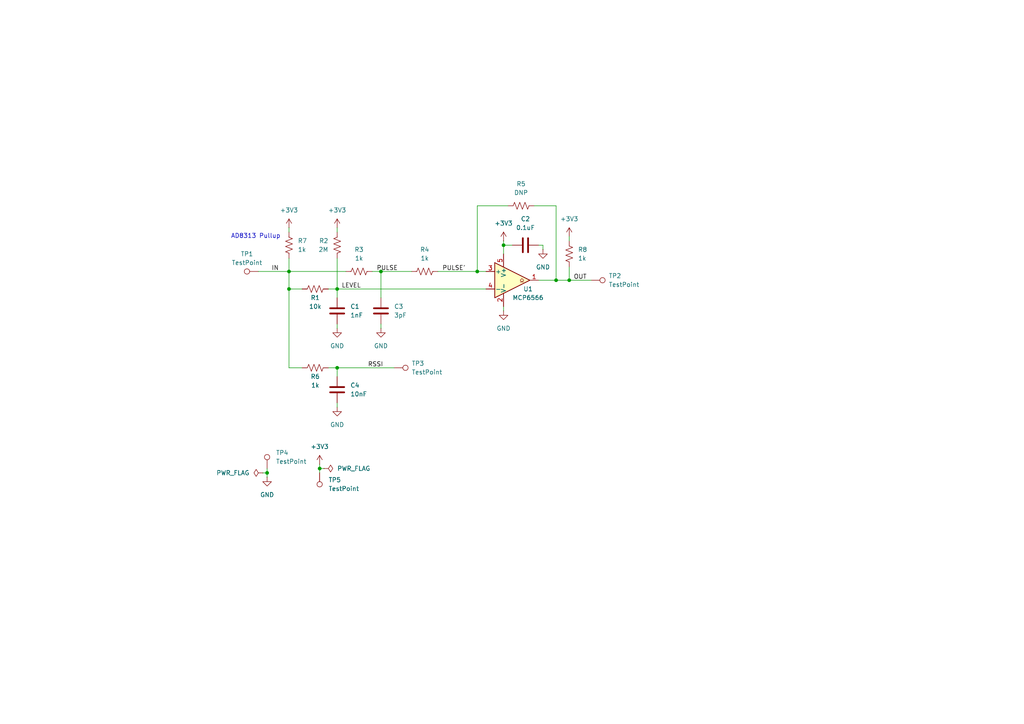
<source format=kicad_sch>
(kicad_sch
	(version 20231120)
	(generator "eeschema")
	(generator_version "8.0")
	(uuid "49d83cd2-f051-4cc2-a9c8-fdc67599e457")
	(paper "A4")
	(lib_symbols
		(symbol "Comparator:MCP6566"
			(pin_names
				(offset 0.127)
			)
			(exclude_from_sim no)
			(in_bom yes)
			(on_board yes)
			(property "Reference" "U"
				(at 0 5.08 0)
				(effects
					(font
						(size 1.27 1.27)
					)
					(justify left)
				)
			)
			(property "Value" "MCP6566"
				(at 0 -5.08 0)
				(effects
					(font
						(size 1.27 1.27)
					)
					(justify left)
				)
			)
			(property "Footprint" ""
				(at 0 -10.16 0)
				(effects
					(font
						(size 1.27 1.27)
					)
					(hide yes)
				)
			)
			(property "Datasheet" "http://ww1.microchip.com/downloads/en/DeviceDoc/MCP6566-6R-6U-7-9-1.8V-Low-Power-Open-Drain-Output-Comparator-DS20002143G.pdf"
				(at 0 0 0)
				(effects
					(font
						(size 1.27 1.27)
					)
					(hide yes)
				)
			)
			(property "Description" "Single 1.8V Low-Power Open-Drain Output Comparator, SOT-23-5/SC-70"
				(at 0 0 0)
				(effects
					(font
						(size 1.27 1.27)
					)
					(hide yes)
				)
			)
			(property "ki_keywords" "cmp collector"
				(at 0 0 0)
				(effects
					(font
						(size 1.27 1.27)
					)
					(hide yes)
				)
			)
			(property "ki_fp_filters" "SOT?23* *SC*70*"
				(at 0 0 0)
				(effects
					(font
						(size 1.27 1.27)
					)
					(hide yes)
				)
			)
			(symbol "MCP6566_0_1"
				(polyline
					(pts
						(xy -5.08 5.08) (xy 5.08 0) (xy -5.08 -5.08) (xy -5.08 5.08)
					)
					(stroke
						(width 0.254)
						(type default)
					)
					(fill
						(type background)
					)
				)
				(polyline
					(pts
						(xy 3.302 -0.508) (xy 2.794 -0.508) (xy 3.302 0) (xy 2.794 0.508) (xy 2.286 0) (xy 2.794 -0.508)
						(xy 2.286 -0.508)
					)
					(stroke
						(width 0.127)
						(type default)
					)
					(fill
						(type none)
					)
				)
				(pin power_in line
					(at -2.54 -7.62 90)
					(length 3.81)
					(name "V-"
						(effects
							(font
								(size 1.27 1.27)
							)
						)
					)
					(number "2"
						(effects
							(font
								(size 1.27 1.27)
							)
						)
					)
				)
				(pin power_in line
					(at -2.54 7.62 270)
					(length 3.81)
					(name "V+"
						(effects
							(font
								(size 1.27 1.27)
							)
						)
					)
					(number "5"
						(effects
							(font
								(size 1.27 1.27)
							)
						)
					)
				)
			)
			(symbol "MCP6566_1_1"
				(pin open_collector line
					(at 7.62 0 180)
					(length 2.54)
					(name "~"
						(effects
							(font
								(size 1.27 1.27)
							)
						)
					)
					(number "1"
						(effects
							(font
								(size 1.27 1.27)
							)
						)
					)
				)
				(pin input line
					(at -7.62 2.54 0)
					(length 2.54)
					(name "+"
						(effects
							(font
								(size 1.27 1.27)
							)
						)
					)
					(number "3"
						(effects
							(font
								(size 1.27 1.27)
							)
						)
					)
				)
				(pin input line
					(at -7.62 -2.54 0)
					(length 2.54)
					(name "-"
						(effects
							(font
								(size 1.27 1.27)
							)
						)
					)
					(number "4"
						(effects
							(font
								(size 1.27 1.27)
							)
						)
					)
				)
			)
		)
		(symbol "Connector:TestPoint"
			(pin_numbers hide)
			(pin_names
				(offset 0.762) hide)
			(exclude_from_sim no)
			(in_bom yes)
			(on_board yes)
			(property "Reference" "TP"
				(at 0 6.858 0)
				(effects
					(font
						(size 1.27 1.27)
					)
				)
			)
			(property "Value" "TestPoint"
				(at 0 5.08 0)
				(effects
					(font
						(size 1.27 1.27)
					)
				)
			)
			(property "Footprint" ""
				(at 5.08 0 0)
				(effects
					(font
						(size 1.27 1.27)
					)
					(hide yes)
				)
			)
			(property "Datasheet" "~"
				(at 5.08 0 0)
				(effects
					(font
						(size 1.27 1.27)
					)
					(hide yes)
				)
			)
			(property "Description" "test point"
				(at 0 0 0)
				(effects
					(font
						(size 1.27 1.27)
					)
					(hide yes)
				)
			)
			(property "ki_keywords" "test point tp"
				(at 0 0 0)
				(effects
					(font
						(size 1.27 1.27)
					)
					(hide yes)
				)
			)
			(property "ki_fp_filters" "Pin* Test*"
				(at 0 0 0)
				(effects
					(font
						(size 1.27 1.27)
					)
					(hide yes)
				)
			)
			(symbol "TestPoint_0_1"
				(circle
					(center 0 3.302)
					(radius 0.762)
					(stroke
						(width 0)
						(type default)
					)
					(fill
						(type none)
					)
				)
			)
			(symbol "TestPoint_1_1"
				(pin passive line
					(at 0 0 90)
					(length 2.54)
					(name "1"
						(effects
							(font
								(size 1.27 1.27)
							)
						)
					)
					(number "1"
						(effects
							(font
								(size 1.27 1.27)
							)
						)
					)
				)
			)
		)
		(symbol "Device:C"
			(pin_numbers hide)
			(pin_names
				(offset 0.254)
			)
			(exclude_from_sim no)
			(in_bom yes)
			(on_board yes)
			(property "Reference" "C"
				(at 0.635 2.54 0)
				(effects
					(font
						(size 1.27 1.27)
					)
					(justify left)
				)
			)
			(property "Value" "C"
				(at 0.635 -2.54 0)
				(effects
					(font
						(size 1.27 1.27)
					)
					(justify left)
				)
			)
			(property "Footprint" ""
				(at 0.9652 -3.81 0)
				(effects
					(font
						(size 1.27 1.27)
					)
					(hide yes)
				)
			)
			(property "Datasheet" "~"
				(at 0 0 0)
				(effects
					(font
						(size 1.27 1.27)
					)
					(hide yes)
				)
			)
			(property "Description" "Unpolarized capacitor"
				(at 0 0 0)
				(effects
					(font
						(size 1.27 1.27)
					)
					(hide yes)
				)
			)
			(property "ki_keywords" "cap capacitor"
				(at 0 0 0)
				(effects
					(font
						(size 1.27 1.27)
					)
					(hide yes)
				)
			)
			(property "ki_fp_filters" "C_*"
				(at 0 0 0)
				(effects
					(font
						(size 1.27 1.27)
					)
					(hide yes)
				)
			)
			(symbol "C_0_1"
				(polyline
					(pts
						(xy -2.032 -0.762) (xy 2.032 -0.762)
					)
					(stroke
						(width 0.508)
						(type default)
					)
					(fill
						(type none)
					)
				)
				(polyline
					(pts
						(xy -2.032 0.762) (xy 2.032 0.762)
					)
					(stroke
						(width 0.508)
						(type default)
					)
					(fill
						(type none)
					)
				)
			)
			(symbol "C_1_1"
				(pin passive line
					(at 0 3.81 270)
					(length 2.794)
					(name "~"
						(effects
							(font
								(size 1.27 1.27)
							)
						)
					)
					(number "1"
						(effects
							(font
								(size 1.27 1.27)
							)
						)
					)
				)
				(pin passive line
					(at 0 -3.81 90)
					(length 2.794)
					(name "~"
						(effects
							(font
								(size 1.27 1.27)
							)
						)
					)
					(number "2"
						(effects
							(font
								(size 1.27 1.27)
							)
						)
					)
				)
			)
		)
		(symbol "Device:R_US"
			(pin_numbers hide)
			(pin_names
				(offset 0)
			)
			(exclude_from_sim no)
			(in_bom yes)
			(on_board yes)
			(property "Reference" "R"
				(at 2.54 0 90)
				(effects
					(font
						(size 1.27 1.27)
					)
				)
			)
			(property "Value" "R_US"
				(at -2.54 0 90)
				(effects
					(font
						(size 1.27 1.27)
					)
				)
			)
			(property "Footprint" ""
				(at 1.016 -0.254 90)
				(effects
					(font
						(size 1.27 1.27)
					)
					(hide yes)
				)
			)
			(property "Datasheet" "~"
				(at 0 0 0)
				(effects
					(font
						(size 1.27 1.27)
					)
					(hide yes)
				)
			)
			(property "Description" "Resistor, US symbol"
				(at 0 0 0)
				(effects
					(font
						(size 1.27 1.27)
					)
					(hide yes)
				)
			)
			(property "ki_keywords" "R res resistor"
				(at 0 0 0)
				(effects
					(font
						(size 1.27 1.27)
					)
					(hide yes)
				)
			)
			(property "ki_fp_filters" "R_*"
				(at 0 0 0)
				(effects
					(font
						(size 1.27 1.27)
					)
					(hide yes)
				)
			)
			(symbol "R_US_0_1"
				(polyline
					(pts
						(xy 0 -2.286) (xy 0 -2.54)
					)
					(stroke
						(width 0)
						(type default)
					)
					(fill
						(type none)
					)
				)
				(polyline
					(pts
						(xy 0 2.286) (xy 0 2.54)
					)
					(stroke
						(width 0)
						(type default)
					)
					(fill
						(type none)
					)
				)
				(polyline
					(pts
						(xy 0 -0.762) (xy 1.016 -1.143) (xy 0 -1.524) (xy -1.016 -1.905) (xy 0 -2.286)
					)
					(stroke
						(width 0)
						(type default)
					)
					(fill
						(type none)
					)
				)
				(polyline
					(pts
						(xy 0 0.762) (xy 1.016 0.381) (xy 0 0) (xy -1.016 -0.381) (xy 0 -0.762)
					)
					(stroke
						(width 0)
						(type default)
					)
					(fill
						(type none)
					)
				)
				(polyline
					(pts
						(xy 0 2.286) (xy 1.016 1.905) (xy 0 1.524) (xy -1.016 1.143) (xy 0 0.762)
					)
					(stroke
						(width 0)
						(type default)
					)
					(fill
						(type none)
					)
				)
			)
			(symbol "R_US_1_1"
				(pin passive line
					(at 0 3.81 270)
					(length 1.27)
					(name "~"
						(effects
							(font
								(size 1.27 1.27)
							)
						)
					)
					(number "1"
						(effects
							(font
								(size 1.27 1.27)
							)
						)
					)
				)
				(pin passive line
					(at 0 -3.81 90)
					(length 1.27)
					(name "~"
						(effects
							(font
								(size 1.27 1.27)
							)
						)
					)
					(number "2"
						(effects
							(font
								(size 1.27 1.27)
							)
						)
					)
				)
			)
		)
		(symbol "power:+3V3"
			(power)
			(pin_numbers hide)
			(pin_names
				(offset 0) hide)
			(exclude_from_sim no)
			(in_bom yes)
			(on_board yes)
			(property "Reference" "#PWR"
				(at 0 -3.81 0)
				(effects
					(font
						(size 1.27 1.27)
					)
					(hide yes)
				)
			)
			(property "Value" "+3V3"
				(at 0 3.556 0)
				(effects
					(font
						(size 1.27 1.27)
					)
				)
			)
			(property "Footprint" ""
				(at 0 0 0)
				(effects
					(font
						(size 1.27 1.27)
					)
					(hide yes)
				)
			)
			(property "Datasheet" ""
				(at 0 0 0)
				(effects
					(font
						(size 1.27 1.27)
					)
					(hide yes)
				)
			)
			(property "Description" "Power symbol creates a global label with name \"+3V3\""
				(at 0 0 0)
				(effects
					(font
						(size 1.27 1.27)
					)
					(hide yes)
				)
			)
			(property "ki_keywords" "global power"
				(at 0 0 0)
				(effects
					(font
						(size 1.27 1.27)
					)
					(hide yes)
				)
			)
			(symbol "+3V3_0_1"
				(polyline
					(pts
						(xy -0.762 1.27) (xy 0 2.54)
					)
					(stroke
						(width 0)
						(type default)
					)
					(fill
						(type none)
					)
				)
				(polyline
					(pts
						(xy 0 0) (xy 0 2.54)
					)
					(stroke
						(width 0)
						(type default)
					)
					(fill
						(type none)
					)
				)
				(polyline
					(pts
						(xy 0 2.54) (xy 0.762 1.27)
					)
					(stroke
						(width 0)
						(type default)
					)
					(fill
						(type none)
					)
				)
			)
			(symbol "+3V3_1_1"
				(pin power_in line
					(at 0 0 90)
					(length 0)
					(name "~"
						(effects
							(font
								(size 1.27 1.27)
							)
						)
					)
					(number "1"
						(effects
							(font
								(size 1.27 1.27)
							)
						)
					)
				)
			)
		)
		(symbol "power:GND"
			(power)
			(pin_numbers hide)
			(pin_names
				(offset 0) hide)
			(exclude_from_sim no)
			(in_bom yes)
			(on_board yes)
			(property "Reference" "#PWR"
				(at 0 -6.35 0)
				(effects
					(font
						(size 1.27 1.27)
					)
					(hide yes)
				)
			)
			(property "Value" "GND"
				(at 0 -3.81 0)
				(effects
					(font
						(size 1.27 1.27)
					)
				)
			)
			(property "Footprint" ""
				(at 0 0 0)
				(effects
					(font
						(size 1.27 1.27)
					)
					(hide yes)
				)
			)
			(property "Datasheet" ""
				(at 0 0 0)
				(effects
					(font
						(size 1.27 1.27)
					)
					(hide yes)
				)
			)
			(property "Description" "Power symbol creates a global label with name \"GND\" , ground"
				(at 0 0 0)
				(effects
					(font
						(size 1.27 1.27)
					)
					(hide yes)
				)
			)
			(property "ki_keywords" "global power"
				(at 0 0 0)
				(effects
					(font
						(size 1.27 1.27)
					)
					(hide yes)
				)
			)
			(symbol "GND_0_1"
				(polyline
					(pts
						(xy 0 0) (xy 0 -1.27) (xy 1.27 -1.27) (xy 0 -2.54) (xy -1.27 -1.27) (xy 0 -1.27)
					)
					(stroke
						(width 0)
						(type default)
					)
					(fill
						(type none)
					)
				)
			)
			(symbol "GND_1_1"
				(pin power_in line
					(at 0 0 270)
					(length 0)
					(name "~"
						(effects
							(font
								(size 1.27 1.27)
							)
						)
					)
					(number "1"
						(effects
							(font
								(size 1.27 1.27)
							)
						)
					)
				)
			)
		)
		(symbol "power:PWR_FLAG"
			(power)
			(pin_numbers hide)
			(pin_names
				(offset 0) hide)
			(exclude_from_sim no)
			(in_bom yes)
			(on_board yes)
			(property "Reference" "#FLG"
				(at 0 1.905 0)
				(effects
					(font
						(size 1.27 1.27)
					)
					(hide yes)
				)
			)
			(property "Value" "PWR_FLAG"
				(at 0 3.81 0)
				(effects
					(font
						(size 1.27 1.27)
					)
				)
			)
			(property "Footprint" ""
				(at 0 0 0)
				(effects
					(font
						(size 1.27 1.27)
					)
					(hide yes)
				)
			)
			(property "Datasheet" "~"
				(at 0 0 0)
				(effects
					(font
						(size 1.27 1.27)
					)
					(hide yes)
				)
			)
			(property "Description" "Special symbol for telling ERC where power comes from"
				(at 0 0 0)
				(effects
					(font
						(size 1.27 1.27)
					)
					(hide yes)
				)
			)
			(property "ki_keywords" "flag power"
				(at 0 0 0)
				(effects
					(font
						(size 1.27 1.27)
					)
					(hide yes)
				)
			)
			(symbol "PWR_FLAG_0_0"
				(pin power_out line
					(at 0 0 90)
					(length 0)
					(name "~"
						(effects
							(font
								(size 1.27 1.27)
							)
						)
					)
					(number "1"
						(effects
							(font
								(size 1.27 1.27)
							)
						)
					)
				)
			)
			(symbol "PWR_FLAG_0_1"
				(polyline
					(pts
						(xy 0 0) (xy 0 1.27) (xy -1.016 1.905) (xy 0 2.54) (xy 1.016 1.905) (xy 0 1.27)
					)
					(stroke
						(width 0)
						(type default)
					)
					(fill
						(type none)
					)
				)
			)
		)
	)
	(junction
		(at 77.47 137.16)
		(diameter 0)
		(color 0 0 0 0)
		(uuid "16096425-6e94-4101-852a-96740f66a5fe")
	)
	(junction
		(at 97.79 106.68)
		(diameter 0)
		(color 0 0 0 0)
		(uuid "1fe7ee6d-3cb9-4813-9f6b-9ca9e33e0587")
	)
	(junction
		(at 146.05 71.12)
		(diameter 0)
		(color 0 0 0 0)
		(uuid "4419a566-6b24-4034-b49d-ab1cace503b7")
	)
	(junction
		(at 110.49 78.74)
		(diameter 0)
		(color 0 0 0 0)
		(uuid "6af89fe6-ccd0-4910-9207-a036e950cee2")
	)
	(junction
		(at 138.43 78.74)
		(diameter 0)
		(color 0 0 0 0)
		(uuid "844bb8e3-f1dc-45d4-b543-869fe22d43b8")
	)
	(junction
		(at 161.29 81.28)
		(diameter 0)
		(color 0 0 0 0)
		(uuid "86b1869b-6262-4d78-ac9a-a1d44a037bef")
	)
	(junction
		(at 92.71 135.89)
		(diameter 0)
		(color 0 0 0 0)
		(uuid "885ec427-5da2-4316-9c8d-964238c4473a")
	)
	(junction
		(at 83.82 78.74)
		(diameter 0)
		(color 0 0 0 0)
		(uuid "947309d1-efdb-464c-ad74-bdf149a05eca")
	)
	(junction
		(at 165.1 81.28)
		(diameter 0)
		(color 0 0 0 0)
		(uuid "9e3228f9-7b56-411f-a032-b3a3eccd4308")
	)
	(junction
		(at 83.82 83.82)
		(diameter 0)
		(color 0 0 0 0)
		(uuid "c959553c-e77a-4c82-a154-4bb383cca95d")
	)
	(junction
		(at 97.79 83.82)
		(diameter 0)
		(color 0 0 0 0)
		(uuid "dcbc70b5-2759-42a8-b3c0-23278b834981")
	)
	(wire
		(pts
			(xy 161.29 81.28) (xy 165.1 81.28)
		)
		(stroke
			(width 0)
			(type default)
		)
		(uuid "0965664e-2df6-4c38-8d2a-f96c5a4ca6b7")
	)
	(wire
		(pts
			(xy 110.49 93.98) (xy 110.49 95.25)
		)
		(stroke
			(width 0)
			(type default)
		)
		(uuid "0e11953d-cf23-4084-a4be-a886fc5ebfb2")
	)
	(wire
		(pts
			(xy 97.79 83.82) (xy 97.79 86.36)
		)
		(stroke
			(width 0)
			(type default)
		)
		(uuid "0e73394d-0a2c-49c5-ad3e-7dca6164839b")
	)
	(wire
		(pts
			(xy 157.48 72.39) (xy 157.48 71.12)
		)
		(stroke
			(width 0)
			(type default)
		)
		(uuid "1721323d-a419-4a22-95e9-6bfd9a3220c6")
	)
	(wire
		(pts
			(xy 165.1 77.47) (xy 165.1 81.28)
		)
		(stroke
			(width 0)
			(type default)
		)
		(uuid "19edbbcb-b457-4943-bc73-44992f616582")
	)
	(wire
		(pts
			(xy 83.82 83.82) (xy 83.82 106.68)
		)
		(stroke
			(width 0)
			(type default)
		)
		(uuid "1a8447ac-fbb2-40ba-9c0d-0444ddb3620d")
	)
	(wire
		(pts
			(xy 97.79 66.04) (xy 97.79 67.31)
		)
		(stroke
			(width 0)
			(type default)
		)
		(uuid "1ff59e99-1050-472e-9dd9-b0e0dba97d6b")
	)
	(wire
		(pts
			(xy 77.47 137.16) (xy 77.47 138.43)
		)
		(stroke
			(width 0)
			(type default)
		)
		(uuid "213eb9ed-3cd3-4d30-808f-f4d43e902768")
	)
	(wire
		(pts
			(xy 76.2 137.16) (xy 77.47 137.16)
		)
		(stroke
			(width 0)
			(type default)
		)
		(uuid "27414261-bf73-446a-9dfe-8690a430ab2d")
	)
	(wire
		(pts
			(xy 161.29 59.69) (xy 161.29 81.28)
		)
		(stroke
			(width 0)
			(type default)
		)
		(uuid "2d65ff15-6e7f-45a2-ae88-6d7586227584")
	)
	(wire
		(pts
			(xy 138.43 78.74) (xy 138.43 59.69)
		)
		(stroke
			(width 0)
			(type default)
		)
		(uuid "2ddf891a-ff2e-4911-b099-f07531602713")
	)
	(wire
		(pts
			(xy 146.05 71.12) (xy 146.05 73.66)
		)
		(stroke
			(width 0)
			(type default)
		)
		(uuid "339bbcb4-17ae-4447-a436-c19c5e777739")
	)
	(wire
		(pts
			(xy 83.82 66.04) (xy 83.82 67.31)
		)
		(stroke
			(width 0)
			(type default)
		)
		(uuid "358e90c7-47c8-4cb9-8b89-d0e92dcf5ba2")
	)
	(wire
		(pts
			(xy 97.79 106.68) (xy 97.79 109.22)
		)
		(stroke
			(width 0)
			(type default)
		)
		(uuid "38ebf6e3-eacc-43e3-8b07-c9a7d5bbe8f5")
	)
	(wire
		(pts
			(xy 146.05 69.85) (xy 146.05 71.12)
		)
		(stroke
			(width 0)
			(type default)
		)
		(uuid "3a9c33d3-4218-49aa-9f4c-54d9ae513622")
	)
	(wire
		(pts
			(xy 165.1 81.28) (xy 171.45 81.28)
		)
		(stroke
			(width 0)
			(type default)
		)
		(uuid "3f7c238a-0924-4ba7-b8ab-66b3a46b96c9")
	)
	(wire
		(pts
			(xy 92.71 135.89) (xy 93.98 135.89)
		)
		(stroke
			(width 0)
			(type default)
		)
		(uuid "45b9ea26-edb7-4f9b-9883-18e166af1e89")
	)
	(wire
		(pts
			(xy 74.93 78.74) (xy 83.82 78.74)
		)
		(stroke
			(width 0)
			(type default)
		)
		(uuid "4b747092-0d48-47be-bdfa-bd1a8aee8e26")
	)
	(wire
		(pts
			(xy 97.79 74.93) (xy 97.79 83.82)
		)
		(stroke
			(width 0)
			(type default)
		)
		(uuid "5376d1f2-4681-49db-ab7d-5db30b8d8b72")
	)
	(wire
		(pts
			(xy 83.82 78.74) (xy 83.82 83.82)
		)
		(stroke
			(width 0)
			(type default)
		)
		(uuid "5bb950e4-43bb-4e04-9ea5-28a36592465d")
	)
	(wire
		(pts
			(xy 95.25 83.82) (xy 97.79 83.82)
		)
		(stroke
			(width 0)
			(type default)
		)
		(uuid "61f94b37-cbbb-4d77-8b9c-7d4ceec76da5")
	)
	(wire
		(pts
			(xy 83.82 74.93) (xy 83.82 78.74)
		)
		(stroke
			(width 0)
			(type default)
		)
		(uuid "65131286-0702-4af6-a365-9b20a790086c")
	)
	(wire
		(pts
			(xy 110.49 86.36) (xy 110.49 78.74)
		)
		(stroke
			(width 0)
			(type default)
		)
		(uuid "67252faf-df49-4387-8fd2-602fc4e7cc02")
	)
	(wire
		(pts
			(xy 83.82 83.82) (xy 87.63 83.82)
		)
		(stroke
			(width 0)
			(type default)
		)
		(uuid "6a2cb3bf-5cba-4424-a2c7-efa246f2ecb6")
	)
	(wire
		(pts
			(xy 97.79 93.98) (xy 97.79 95.25)
		)
		(stroke
			(width 0)
			(type default)
		)
		(uuid "6b40815a-687b-4021-a4e8-71084a0511f1")
	)
	(wire
		(pts
			(xy 138.43 78.74) (xy 140.97 78.74)
		)
		(stroke
			(width 0)
			(type default)
		)
		(uuid "7f3b2ded-d6e3-43bf-9bfc-35707310c621")
	)
	(wire
		(pts
			(xy 161.29 81.28) (xy 156.21 81.28)
		)
		(stroke
			(width 0)
			(type default)
		)
		(uuid "81fbf7e3-79cd-45e9-8d88-b5a9336ac26f")
	)
	(wire
		(pts
			(xy 100.33 78.74) (xy 83.82 78.74)
		)
		(stroke
			(width 0)
			(type default)
		)
		(uuid "8f2ff8ef-657d-4053-96c9-3e4b6ff171cc")
	)
	(wire
		(pts
			(xy 110.49 78.74) (xy 119.38 78.74)
		)
		(stroke
			(width 0)
			(type default)
		)
		(uuid "9dc6783f-07c6-4361-bb5b-a82aaae8da79")
	)
	(wire
		(pts
			(xy 97.79 106.68) (xy 114.3 106.68)
		)
		(stroke
			(width 0)
			(type default)
		)
		(uuid "9f92b02a-5c96-470c-b378-7502c7dce64d")
	)
	(wire
		(pts
			(xy 146.05 71.12) (xy 148.59 71.12)
		)
		(stroke
			(width 0)
			(type default)
		)
		(uuid "a3965429-1e9d-4baa-a4b3-7f88128dfab5")
	)
	(wire
		(pts
			(xy 95.25 106.68) (xy 97.79 106.68)
		)
		(stroke
			(width 0)
			(type default)
		)
		(uuid "a65cd4fb-58a2-435f-83b7-e2ee9d1b0235")
	)
	(wire
		(pts
			(xy 97.79 116.84) (xy 97.79 118.11)
		)
		(stroke
			(width 0)
			(type default)
		)
		(uuid "af36d23e-a4a5-4ffc-96fb-fcde75e1d084")
	)
	(wire
		(pts
			(xy 97.79 83.82) (xy 140.97 83.82)
		)
		(stroke
			(width 0)
			(type default)
		)
		(uuid "b77a414c-ea52-48ec-8252-50393792573b")
	)
	(wire
		(pts
			(xy 92.71 135.89) (xy 92.71 137.16)
		)
		(stroke
			(width 0)
			(type default)
		)
		(uuid "baeb6aa5-efe4-4d4f-bbb0-fdb3bb0881d9")
	)
	(wire
		(pts
			(xy 165.1 68.58) (xy 165.1 69.85)
		)
		(stroke
			(width 0)
			(type default)
		)
		(uuid "bf59a35d-7fe7-40d2-a2d1-0da9fba5e89f")
	)
	(wire
		(pts
			(xy 157.48 71.12) (xy 156.21 71.12)
		)
		(stroke
			(width 0)
			(type default)
		)
		(uuid "cc023d76-7301-4b48-9757-22585c2d3ece")
	)
	(wire
		(pts
			(xy 83.82 106.68) (xy 87.63 106.68)
		)
		(stroke
			(width 0)
			(type default)
		)
		(uuid "d6341559-611e-4e93-a5f4-759337cbd9f9")
	)
	(wire
		(pts
			(xy 138.43 59.69) (xy 147.32 59.69)
		)
		(stroke
			(width 0)
			(type default)
		)
		(uuid "db5bf013-5ccb-4614-a53b-cf3196836de2")
	)
	(wire
		(pts
			(xy 154.94 59.69) (xy 161.29 59.69)
		)
		(stroke
			(width 0)
			(type default)
		)
		(uuid "e4319748-37c6-4f4c-a062-c7d4fab4b907")
	)
	(wire
		(pts
			(xy 77.47 135.89) (xy 77.47 137.16)
		)
		(stroke
			(width 0)
			(type default)
		)
		(uuid "e46e4c17-d80c-4902-87e2-ca77a234c10a")
	)
	(wire
		(pts
			(xy 110.49 78.74) (xy 107.95 78.74)
		)
		(stroke
			(width 0)
			(type default)
		)
		(uuid "ec15a05e-fc77-4235-a3f2-854bb1ed3f11")
	)
	(wire
		(pts
			(xy 127 78.74) (xy 138.43 78.74)
		)
		(stroke
			(width 0)
			(type default)
		)
		(uuid "eca504fb-c5f2-4ee3-86d1-b31488ebea56")
	)
	(wire
		(pts
			(xy 146.05 88.9) (xy 146.05 90.17)
		)
		(stroke
			(width 0)
			(type default)
		)
		(uuid "f65fca72-ae99-4ef2-b0d6-7ff89c363640")
	)
	(wire
		(pts
			(xy 92.71 134.62) (xy 92.71 135.89)
		)
		(stroke
			(width 0)
			(type default)
		)
		(uuid "fc8ceb7e-79e5-40ed-90bf-58beb602634a")
	)
	(text "AD8313 Pullup"
		(exclude_from_sim no)
		(at 74.168 68.58 0)
		(effects
			(font
				(size 1.27 1.27)
			)
		)
		(uuid "419fe2ee-fc40-4d8a-a998-6f19c95c4e1e")
	)
	(label "OUT"
		(at 166.37 81.28 0)
		(fields_autoplaced yes)
		(effects
			(font
				(size 1.27 1.27)
			)
			(justify left bottom)
		)
		(uuid "19101573-b5b5-497b-9499-765784a96aa2")
	)
	(label "PULSE'"
		(at 128.27 78.74 0)
		(fields_autoplaced yes)
		(effects
			(font
				(size 1.27 1.27)
			)
			(justify left bottom)
		)
		(uuid "59d833c5-f42e-4a3b-ae2c-0a97ef50f567")
	)
	(label "LEVEL"
		(at 99.06 83.82 0)
		(fields_autoplaced yes)
		(effects
			(font
				(size 1.27 1.27)
			)
			(justify left bottom)
		)
		(uuid "aa59abf0-ae06-4009-b7a3-67aab4b98d3a")
	)
	(label "RSSI"
		(at 106.68 106.68 0)
		(fields_autoplaced yes)
		(effects
			(font
				(size 1.27 1.27)
			)
			(justify left bottom)
		)
		(uuid "abfad72d-9c71-42e0-9fc6-2beffb40dfca")
	)
	(label "PULSE"
		(at 109.22 78.74 0)
		(fields_autoplaced yes)
		(effects
			(font
				(size 1.27 1.27)
			)
			(justify left bottom)
		)
		(uuid "cb0fb4b4-3813-44c5-89b1-5b47d2c35f3f")
	)
	(label "IN"
		(at 78.74 78.74 0)
		(fields_autoplaced yes)
		(effects
			(font
				(size 1.27 1.27)
			)
			(justify left bottom)
		)
		(uuid "ce62a2cf-4dea-424f-84d1-320d1c90e6b9")
	)
	(symbol
		(lib_id "Device:R_US")
		(at 83.82 71.12 0)
		(unit 1)
		(exclude_from_sim no)
		(in_bom yes)
		(on_board yes)
		(dnp no)
		(fields_autoplaced yes)
		(uuid "031985eb-24d8-41be-95f5-a73a22d45eea")
		(property "Reference" "R7"
			(at 86.36 69.8499 0)
			(effects
				(font
					(size 1.27 1.27)
				)
				(justify left)
			)
		)
		(property "Value" "1k"
			(at 86.36 72.3899 0)
			(effects
				(font
					(size 1.27 1.27)
				)
				(justify left)
			)
		)
		(property "Footprint" "Resistor_SMD:R_0603_1608Metric"
			(at 84.836 71.374 90)
			(effects
				(font
					(size 1.27 1.27)
				)
				(hide yes)
			)
		)
		(property "Datasheet" "~"
			(at 83.82 71.12 0)
			(effects
				(font
					(size 1.27 1.27)
				)
				(hide yes)
			)
		)
		(property "Description" "Resistor, US symbol"
			(at 83.82 71.12 0)
			(effects
				(font
					(size 1.27 1.27)
				)
				(hide yes)
			)
		)
		(pin "1"
			(uuid "08d11e73-d9f1-49d6-a918-b80163ea40c3")
		)
		(pin "2"
			(uuid "4c2ed61b-789e-4f32-99b9-9319bd5c4afb")
		)
		(instances
			(project ""
				(path "/49d83cd2-f051-4cc2-a9c8-fdc67599e457"
					(reference "R7")
					(unit 1)
				)
			)
		)
	)
	(symbol
		(lib_id "power:+3V3")
		(at 165.1 68.58 0)
		(unit 1)
		(exclude_from_sim no)
		(in_bom yes)
		(on_board yes)
		(dnp no)
		(fields_autoplaced yes)
		(uuid "0a09986d-9070-4258-9b37-9b41e08b45db")
		(property "Reference" "#PWR011"
			(at 165.1 72.39 0)
			(effects
				(font
					(size 1.27 1.27)
				)
				(hide yes)
			)
		)
		(property "Value" "+3V3"
			(at 165.1 63.5 0)
			(effects
				(font
					(size 1.27 1.27)
				)
			)
		)
		(property "Footprint" ""
			(at 165.1 68.58 0)
			(effects
				(font
					(size 1.27 1.27)
				)
				(hide yes)
			)
		)
		(property "Datasheet" ""
			(at 165.1 68.58 0)
			(effects
				(font
					(size 1.27 1.27)
				)
				(hide yes)
			)
		)
		(property "Description" "Power symbol creates a global label with name \"+3V3\""
			(at 165.1 68.58 0)
			(effects
				(font
					(size 1.27 1.27)
				)
				(hide yes)
			)
		)
		(pin "1"
			(uuid "6f9cb909-cf3e-49b8-8815-4691cd9617c5")
		)
		(instances
			(project ""
				(path "/49d83cd2-f051-4cc2-a9c8-fdc67599e457"
					(reference "#PWR011")
					(unit 1)
				)
			)
		)
	)
	(symbol
		(lib_id "power:PWR_FLAG")
		(at 93.98 135.89 270)
		(unit 1)
		(exclude_from_sim no)
		(in_bom yes)
		(on_board yes)
		(dnp no)
		(fields_autoplaced yes)
		(uuid "152a2064-db4c-4297-88c2-86a8c12865ef")
		(property "Reference" "#FLG01"
			(at 95.885 135.89 0)
			(effects
				(font
					(size 1.27 1.27)
				)
				(hide yes)
			)
		)
		(property "Value" "PWR_FLAG"
			(at 97.79 135.8899 90)
			(effects
				(font
					(size 1.27 1.27)
				)
				(justify left)
			)
		)
		(property "Footprint" ""
			(at 93.98 135.89 0)
			(effects
				(font
					(size 1.27 1.27)
				)
				(hide yes)
			)
		)
		(property "Datasheet" "~"
			(at 93.98 135.89 0)
			(effects
				(font
					(size 1.27 1.27)
				)
				(hide yes)
			)
		)
		(property "Description" "Special symbol for telling ERC where power comes from"
			(at 93.98 135.89 0)
			(effects
				(font
					(size 1.27 1.27)
				)
				(hide yes)
			)
		)
		(pin "1"
			(uuid "04e70d58-6332-415c-9711-9b36ec9469b9")
		)
		(instances
			(project ""
				(path "/49d83cd2-f051-4cc2-a9c8-fdc67599e457"
					(reference "#FLG01")
					(unit 1)
				)
			)
		)
	)
	(symbol
		(lib_id "Device:R_US")
		(at 123.19 78.74 90)
		(unit 1)
		(exclude_from_sim no)
		(in_bom yes)
		(on_board yes)
		(dnp no)
		(fields_autoplaced yes)
		(uuid "155b5b7c-6ce1-4bb8-ab36-630dcedffa29")
		(property "Reference" "R4"
			(at 123.19 72.39 90)
			(effects
				(font
					(size 1.27 1.27)
				)
			)
		)
		(property "Value" "1k"
			(at 123.19 74.93 90)
			(effects
				(font
					(size 1.27 1.27)
				)
			)
		)
		(property "Footprint" "Resistor_SMD:R_0603_1608Metric"
			(at 123.444 77.724 90)
			(effects
				(font
					(size 1.27 1.27)
				)
				(hide yes)
			)
		)
		(property "Datasheet" "~"
			(at 123.19 78.74 0)
			(effects
				(font
					(size 1.27 1.27)
				)
				(hide yes)
			)
		)
		(property "Description" "Resistor, US symbol"
			(at 123.19 78.74 0)
			(effects
				(font
					(size 1.27 1.27)
				)
				(hide yes)
			)
		)
		(pin "2"
			(uuid "69730177-d6d4-4290-82e1-3a944ff3cec0")
		)
		(pin "1"
			(uuid "0436c2af-634c-46fc-bb55-70ef41da7a17")
		)
		(instances
			(project ""
				(path "/49d83cd2-f051-4cc2-a9c8-fdc67599e457"
					(reference "R4")
					(unit 1)
				)
			)
		)
	)
	(symbol
		(lib_id "power:GND")
		(at 146.05 90.17 0)
		(unit 1)
		(exclude_from_sim no)
		(in_bom yes)
		(on_board yes)
		(dnp no)
		(fields_autoplaced yes)
		(uuid "2f98e3a4-cc3c-4f90-9ea2-cbb44d8fc6b4")
		(property "Reference" "#PWR04"
			(at 146.05 96.52 0)
			(effects
				(font
					(size 1.27 1.27)
				)
				(hide yes)
			)
		)
		(property "Value" "GND"
			(at 146.05 95.25 0)
			(effects
				(font
					(size 1.27 1.27)
				)
			)
		)
		(property "Footprint" ""
			(at 146.05 90.17 0)
			(effects
				(font
					(size 1.27 1.27)
				)
				(hide yes)
			)
		)
		(property "Datasheet" ""
			(at 146.05 90.17 0)
			(effects
				(font
					(size 1.27 1.27)
				)
				(hide yes)
			)
		)
		(property "Description" "Power symbol creates a global label with name \"GND\" , ground"
			(at 146.05 90.17 0)
			(effects
				(font
					(size 1.27 1.27)
				)
				(hide yes)
			)
		)
		(pin "1"
			(uuid "ceb58994-0fa0-41ca-bf95-0070fd65412b")
		)
		(instances
			(project ""
				(path "/49d83cd2-f051-4cc2-a9c8-fdc67599e457"
					(reference "#PWR04")
					(unit 1)
				)
			)
		)
	)
	(symbol
		(lib_id "Device:R_US")
		(at 91.44 106.68 90)
		(unit 1)
		(exclude_from_sim no)
		(in_bom yes)
		(on_board yes)
		(dnp no)
		(uuid "3782725a-228e-431f-b349-c9a35ae08924")
		(property "Reference" "R6"
			(at 91.44 109.22 90)
			(effects
				(font
					(size 1.27 1.27)
				)
			)
		)
		(property "Value" "1k"
			(at 91.44 111.76 90)
			(effects
				(font
					(size 1.27 1.27)
				)
			)
		)
		(property "Footprint" "Resistor_SMD:R_0603_1608Metric"
			(at 91.694 105.664 90)
			(effects
				(font
					(size 1.27 1.27)
				)
				(hide yes)
			)
		)
		(property "Datasheet" "~"
			(at 91.44 106.68 0)
			(effects
				(font
					(size 1.27 1.27)
				)
				(hide yes)
			)
		)
		(property "Description" "Resistor, US symbol"
			(at 91.44 106.68 0)
			(effects
				(font
					(size 1.27 1.27)
				)
				(hide yes)
			)
		)
		(pin "1"
			(uuid "31d10e3e-c7af-41cc-8197-099e8d1c12d3")
		)
		(pin "2"
			(uuid "6c384abb-b044-4823-b857-94517f610519")
		)
		(instances
			(project "proto_data_slicer_board"
				(path "/49d83cd2-f051-4cc2-a9c8-fdc67599e457"
					(reference "R6")
					(unit 1)
				)
			)
		)
	)
	(symbol
		(lib_id "power:GND")
		(at 110.49 95.25 0)
		(unit 1)
		(exclude_from_sim no)
		(in_bom yes)
		(on_board yes)
		(dnp no)
		(fields_autoplaced yes)
		(uuid "4455df7a-e2f9-4e0c-b9b1-42b4ba4583c6")
		(property "Reference" "#PWR06"
			(at 110.49 101.6 0)
			(effects
				(font
					(size 1.27 1.27)
				)
				(hide yes)
			)
		)
		(property "Value" "GND"
			(at 110.49 100.33 0)
			(effects
				(font
					(size 1.27 1.27)
				)
			)
		)
		(property "Footprint" ""
			(at 110.49 95.25 0)
			(effects
				(font
					(size 1.27 1.27)
				)
				(hide yes)
			)
		)
		(property "Datasheet" ""
			(at 110.49 95.25 0)
			(effects
				(font
					(size 1.27 1.27)
				)
				(hide yes)
			)
		)
		(property "Description" "Power symbol creates a global label with name \"GND\" , ground"
			(at 110.49 95.25 0)
			(effects
				(font
					(size 1.27 1.27)
				)
				(hide yes)
			)
		)
		(pin "1"
			(uuid "886a0629-0bb6-4ee8-aaf1-66a8010074f4")
		)
		(instances
			(project ""
				(path "/49d83cd2-f051-4cc2-a9c8-fdc67599e457"
					(reference "#PWR06")
					(unit 1)
				)
			)
		)
	)
	(symbol
		(lib_id "Device:C")
		(at 97.79 113.03 0)
		(unit 1)
		(exclude_from_sim no)
		(in_bom yes)
		(on_board yes)
		(dnp no)
		(fields_autoplaced yes)
		(uuid "45998703-4db0-4b2a-9409-8e004c0dea8f")
		(property "Reference" "C4"
			(at 101.6 111.7599 0)
			(effects
				(font
					(size 1.27 1.27)
				)
				(justify left)
			)
		)
		(property "Value" "10nF"
			(at 101.6 114.2999 0)
			(effects
				(font
					(size 1.27 1.27)
				)
				(justify left)
			)
		)
		(property "Footprint" "Capacitor_SMD:C_0603_1608Metric"
			(at 98.7552 116.84 0)
			(effects
				(font
					(size 1.27 1.27)
				)
				(hide yes)
			)
		)
		(property "Datasheet" "~"
			(at 97.79 113.03 0)
			(effects
				(font
					(size 1.27 1.27)
				)
				(hide yes)
			)
		)
		(property "Description" "Unpolarized capacitor"
			(at 97.79 113.03 0)
			(effects
				(font
					(size 1.27 1.27)
				)
				(hide yes)
			)
		)
		(pin "1"
			(uuid "613523ed-c57b-4d16-b000-75b2f045088f")
		)
		(pin "2"
			(uuid "355c2866-a592-497f-9df9-5328baa7d872")
		)
		(instances
			(project "proto_data_slicer_board"
				(path "/49d83cd2-f051-4cc2-a9c8-fdc67599e457"
					(reference "C4")
					(unit 1)
				)
			)
		)
	)
	(symbol
		(lib_id "Device:C")
		(at 97.79 90.17 0)
		(unit 1)
		(exclude_from_sim no)
		(in_bom yes)
		(on_board yes)
		(dnp no)
		(fields_autoplaced yes)
		(uuid "463bd9c9-743e-4c42-b88e-58c8a125a95e")
		(property "Reference" "C1"
			(at 101.6 88.8999 0)
			(effects
				(font
					(size 1.27 1.27)
				)
				(justify left)
			)
		)
		(property "Value" "1nF"
			(at 101.6 91.4399 0)
			(effects
				(font
					(size 1.27 1.27)
				)
				(justify left)
			)
		)
		(property "Footprint" "Capacitor_SMD:C_0603_1608Metric"
			(at 98.7552 93.98 0)
			(effects
				(font
					(size 1.27 1.27)
				)
				(hide yes)
			)
		)
		(property "Datasheet" "~"
			(at 97.79 90.17 0)
			(effects
				(font
					(size 1.27 1.27)
				)
				(hide yes)
			)
		)
		(property "Description" "Unpolarized capacitor"
			(at 97.79 90.17 0)
			(effects
				(font
					(size 1.27 1.27)
				)
				(hide yes)
			)
		)
		(pin "1"
			(uuid "d4a2f9f1-5c92-4235-b826-1b1249b7045d")
		)
		(pin "2"
			(uuid "f3c11d1e-bb24-41df-8d73-f72b9c16f38a")
		)
		(instances
			(project ""
				(path "/49d83cd2-f051-4cc2-a9c8-fdc67599e457"
					(reference "C1")
					(unit 1)
				)
			)
		)
	)
	(symbol
		(lib_id "Device:C")
		(at 110.49 90.17 0)
		(unit 1)
		(exclude_from_sim no)
		(in_bom yes)
		(on_board yes)
		(dnp no)
		(fields_autoplaced yes)
		(uuid "6021066f-6f3e-4547-bae2-72268bd53904")
		(property "Reference" "C3"
			(at 114.3 88.8999 0)
			(effects
				(font
					(size 1.27 1.27)
				)
				(justify left)
			)
		)
		(property "Value" "3pF"
			(at 114.3 91.4399 0)
			(effects
				(font
					(size 1.27 1.27)
				)
				(justify left)
			)
		)
		(property "Footprint" "Capacitor_SMD:C_0603_1608Metric"
			(at 111.4552 93.98 0)
			(effects
				(font
					(size 1.27 1.27)
				)
				(hide yes)
			)
		)
		(property "Datasheet" "~"
			(at 110.49 90.17 0)
			(effects
				(font
					(size 1.27 1.27)
				)
				(hide yes)
			)
		)
		(property "Description" "Unpolarized capacitor"
			(at 110.49 90.17 0)
			(effects
				(font
					(size 1.27 1.27)
				)
				(hide yes)
			)
		)
		(pin "1"
			(uuid "5f844178-f5b7-405c-b222-3df41d094654")
		)
		(pin "2"
			(uuid "caf87165-e4ec-4294-b000-7c86f011a5f8")
		)
		(instances
			(project "proto_data_slicer_board"
				(path "/49d83cd2-f051-4cc2-a9c8-fdc67599e457"
					(reference "C3")
					(unit 1)
				)
			)
		)
	)
	(symbol
		(lib_id "Connector:TestPoint")
		(at 171.45 81.28 270)
		(unit 1)
		(exclude_from_sim no)
		(in_bom yes)
		(on_board yes)
		(dnp no)
		(fields_autoplaced yes)
		(uuid "6cf76a60-fd62-4871-8048-67226192c6d0")
		(property "Reference" "TP2"
			(at 176.53 80.0099 90)
			(effects
				(font
					(size 1.27 1.27)
				)
				(justify left)
			)
		)
		(property "Value" "TestPoint"
			(at 176.53 82.5499 90)
			(effects
				(font
					(size 1.27 1.27)
				)
				(justify left)
			)
		)
		(property "Footprint" "TestPoint:TestPoint_Pad_1.0x1.0mm"
			(at 171.45 86.36 0)
			(effects
				(font
					(size 1.27 1.27)
				)
				(hide yes)
			)
		)
		(property "Datasheet" "~"
			(at 171.45 86.36 0)
			(effects
				(font
					(size 1.27 1.27)
				)
				(hide yes)
			)
		)
		(property "Description" "test point"
			(at 171.45 81.28 0)
			(effects
				(font
					(size 1.27 1.27)
				)
				(hide yes)
			)
		)
		(pin "1"
			(uuid "a90db157-ce9e-430f-b5c9-be10193eea70")
		)
		(instances
			(project "proto_data_slicer_board"
				(path "/49d83cd2-f051-4cc2-a9c8-fdc67599e457"
					(reference "TP2")
					(unit 1)
				)
			)
		)
	)
	(symbol
		(lib_id "power:+3V3")
		(at 146.05 69.85 0)
		(unit 1)
		(exclude_from_sim no)
		(in_bom yes)
		(on_board yes)
		(dnp no)
		(fields_autoplaced yes)
		(uuid "6e7987a4-3779-4043-8038-2f96b37f7b7a")
		(property "Reference" "#PWR02"
			(at 146.05 73.66 0)
			(effects
				(font
					(size 1.27 1.27)
				)
				(hide yes)
			)
		)
		(property "Value" "+3V3"
			(at 146.05 64.77 0)
			(effects
				(font
					(size 1.27 1.27)
				)
			)
		)
		(property "Footprint" ""
			(at 146.05 69.85 0)
			(effects
				(font
					(size 1.27 1.27)
				)
				(hide yes)
			)
		)
		(property "Datasheet" ""
			(at 146.05 69.85 0)
			(effects
				(font
					(size 1.27 1.27)
				)
				(hide yes)
			)
		)
		(property "Description" "Power symbol creates a global label with name \"+3V3\""
			(at 146.05 69.85 0)
			(effects
				(font
					(size 1.27 1.27)
				)
				(hide yes)
			)
		)
		(pin "1"
			(uuid "3e6e79ef-36c3-483c-a699-1ffca5e07aa2")
		)
		(instances
			(project "proto_data_slicer_board"
				(path "/49d83cd2-f051-4cc2-a9c8-fdc67599e457"
					(reference "#PWR02")
					(unit 1)
				)
			)
		)
	)
	(symbol
		(lib_id "power:+3V3")
		(at 92.71 134.62 0)
		(unit 1)
		(exclude_from_sim no)
		(in_bom yes)
		(on_board yes)
		(dnp no)
		(fields_autoplaced yes)
		(uuid "71f6c31b-30ff-485f-8a5f-b6f6b30bd4af")
		(property "Reference" "#PWR010"
			(at 92.71 138.43 0)
			(effects
				(font
					(size 1.27 1.27)
				)
				(hide yes)
			)
		)
		(property "Value" "+3V3"
			(at 92.71 129.54 0)
			(effects
				(font
					(size 1.27 1.27)
				)
			)
		)
		(property "Footprint" ""
			(at 92.71 134.62 0)
			(effects
				(font
					(size 1.27 1.27)
				)
				(hide yes)
			)
		)
		(property "Datasheet" ""
			(at 92.71 134.62 0)
			(effects
				(font
					(size 1.27 1.27)
				)
				(hide yes)
			)
		)
		(property "Description" "Power symbol creates a global label with name \"+3V3\""
			(at 92.71 134.62 0)
			(effects
				(font
					(size 1.27 1.27)
				)
				(hide yes)
			)
		)
		(pin "1"
			(uuid "7c7a0744-9cb8-48ef-817d-49bbe46813cc")
		)
		(instances
			(project "proto_data_slicer_board"
				(path "/49d83cd2-f051-4cc2-a9c8-fdc67599e457"
					(reference "#PWR010")
					(unit 1)
				)
			)
		)
	)
	(symbol
		(lib_id "Connector:TestPoint")
		(at 74.93 78.74 90)
		(unit 1)
		(exclude_from_sim no)
		(in_bom yes)
		(on_board yes)
		(dnp no)
		(fields_autoplaced yes)
		(uuid "744443c5-518d-49f0-9b6e-bd80b7262084")
		(property "Reference" "TP1"
			(at 71.628 73.66 90)
			(effects
				(font
					(size 1.27 1.27)
				)
			)
		)
		(property "Value" "TestPoint"
			(at 71.628 76.2 90)
			(effects
				(font
					(size 1.27 1.27)
				)
			)
		)
		(property "Footprint" "TestPoint:TestPoint_Pad_1.0x1.0mm"
			(at 74.93 73.66 0)
			(effects
				(font
					(size 1.27 1.27)
				)
				(hide yes)
			)
		)
		(property "Datasheet" "~"
			(at 74.93 73.66 0)
			(effects
				(font
					(size 1.27 1.27)
				)
				(hide yes)
			)
		)
		(property "Description" "test point"
			(at 74.93 78.74 0)
			(effects
				(font
					(size 1.27 1.27)
				)
				(hide yes)
			)
		)
		(pin "1"
			(uuid "5dce8253-adc3-4a14-819b-458e2ecb9683")
		)
		(instances
			(project ""
				(path "/49d83cd2-f051-4cc2-a9c8-fdc67599e457"
					(reference "TP1")
					(unit 1)
				)
			)
		)
	)
	(symbol
		(lib_id "power:+3V3")
		(at 97.79 66.04 0)
		(unit 1)
		(exclude_from_sim no)
		(in_bom yes)
		(on_board yes)
		(dnp no)
		(fields_autoplaced yes)
		(uuid "7a1101fa-2fd1-4f08-9298-019b8ffe09c1")
		(property "Reference" "#PWR01"
			(at 97.79 69.85 0)
			(effects
				(font
					(size 1.27 1.27)
				)
				(hide yes)
			)
		)
		(property "Value" "+3V3"
			(at 97.79 60.96 0)
			(effects
				(font
					(size 1.27 1.27)
				)
			)
		)
		(property "Footprint" ""
			(at 97.79 66.04 0)
			(effects
				(font
					(size 1.27 1.27)
				)
				(hide yes)
			)
		)
		(property "Datasheet" ""
			(at 97.79 66.04 0)
			(effects
				(font
					(size 1.27 1.27)
				)
				(hide yes)
			)
		)
		(property "Description" "Power symbol creates a global label with name \"+3V3\""
			(at 97.79 66.04 0)
			(effects
				(font
					(size 1.27 1.27)
				)
				(hide yes)
			)
		)
		(pin "1"
			(uuid "c432bdc0-2333-41c8-ad18-d46341ce5df6")
		)
		(instances
			(project ""
				(path "/49d83cd2-f051-4cc2-a9c8-fdc67599e457"
					(reference "#PWR01")
					(unit 1)
				)
			)
		)
	)
	(symbol
		(lib_id "power:GND")
		(at 97.79 118.11 0)
		(unit 1)
		(exclude_from_sim no)
		(in_bom yes)
		(on_board yes)
		(dnp no)
		(fields_autoplaced yes)
		(uuid "875c80f5-9990-403b-90be-4562e04b2b78")
		(property "Reference" "#PWR07"
			(at 97.79 124.46 0)
			(effects
				(font
					(size 1.27 1.27)
				)
				(hide yes)
			)
		)
		(property "Value" "GND"
			(at 97.79 123.19 0)
			(effects
				(font
					(size 1.27 1.27)
				)
			)
		)
		(property "Footprint" ""
			(at 97.79 118.11 0)
			(effects
				(font
					(size 1.27 1.27)
				)
				(hide yes)
			)
		)
		(property "Datasheet" ""
			(at 97.79 118.11 0)
			(effects
				(font
					(size 1.27 1.27)
				)
				(hide yes)
			)
		)
		(property "Description" "Power symbol creates a global label with name \"GND\" , ground"
			(at 97.79 118.11 0)
			(effects
				(font
					(size 1.27 1.27)
				)
				(hide yes)
			)
		)
		(pin "1"
			(uuid "200c2594-7295-4b0d-b31a-0ea580015e0f")
		)
		(instances
			(project "proto_data_slicer_board"
				(path "/49d83cd2-f051-4cc2-a9c8-fdc67599e457"
					(reference "#PWR07")
					(unit 1)
				)
			)
		)
	)
	(symbol
		(lib_id "Device:R_US")
		(at 165.1 73.66 0)
		(unit 1)
		(exclude_from_sim no)
		(in_bom yes)
		(on_board yes)
		(dnp no)
		(fields_autoplaced yes)
		(uuid "8a6da813-d0a6-40b5-9910-5444fa8cf2cc")
		(property "Reference" "R8"
			(at 167.64 72.3899 0)
			(effects
				(font
					(size 1.27 1.27)
				)
				(justify left)
			)
		)
		(property "Value" "1k"
			(at 167.64 74.9299 0)
			(effects
				(font
					(size 1.27 1.27)
				)
				(justify left)
			)
		)
		(property "Footprint" "Resistor_SMD:R_0603_1608Metric"
			(at 166.116 73.914 90)
			(effects
				(font
					(size 1.27 1.27)
				)
				(hide yes)
			)
		)
		(property "Datasheet" "~"
			(at 165.1 73.66 0)
			(effects
				(font
					(size 1.27 1.27)
				)
				(hide yes)
			)
		)
		(property "Description" "Resistor, US symbol"
			(at 165.1 73.66 0)
			(effects
				(font
					(size 1.27 1.27)
				)
				(hide yes)
			)
		)
		(pin "1"
			(uuid "171eed24-291c-41d8-a88e-d622f08c04e7")
		)
		(pin "2"
			(uuid "1205d731-fc26-45ef-80bf-dfe7f7f9db45")
		)
		(instances
			(project "proto_data_slicer_board"
				(path "/49d83cd2-f051-4cc2-a9c8-fdc67599e457"
					(reference "R8")
					(unit 1)
				)
			)
		)
	)
	(symbol
		(lib_id "Device:R_US")
		(at 97.79 71.12 0)
		(mirror y)
		(unit 1)
		(exclude_from_sim no)
		(in_bom yes)
		(on_board yes)
		(dnp no)
		(uuid "8ae33e9d-695c-4a77-87b6-8635929908dc")
		(property "Reference" "R2"
			(at 95.25 69.8499 0)
			(effects
				(font
					(size 1.27 1.27)
				)
				(justify left)
			)
		)
		(property "Value" "2M"
			(at 95.25 72.3899 0)
			(effects
				(font
					(size 1.27 1.27)
				)
				(justify left)
			)
		)
		(property "Footprint" "Resistor_SMD:R_0603_1608Metric"
			(at 96.774 71.374 90)
			(effects
				(font
					(size 1.27 1.27)
				)
				(hide yes)
			)
		)
		(property "Datasheet" "~"
			(at 97.79 71.12 0)
			(effects
				(font
					(size 1.27 1.27)
				)
				(hide yes)
			)
		)
		(property "Description" "Resistor, US symbol"
			(at 97.79 71.12 0)
			(effects
				(font
					(size 1.27 1.27)
				)
				(hide yes)
			)
		)
		(pin "1"
			(uuid "e3f5600c-7bea-4932-a56a-2488e6389b4d")
		)
		(pin "2"
			(uuid "def2b37a-a342-438b-aca8-aab39c90d082")
		)
		(instances
			(project ""
				(path "/49d83cd2-f051-4cc2-a9c8-fdc67599e457"
					(reference "R2")
					(unit 1)
				)
			)
		)
	)
	(symbol
		(lib_id "Connector:TestPoint")
		(at 114.3 106.68 270)
		(unit 1)
		(exclude_from_sim no)
		(in_bom yes)
		(on_board yes)
		(dnp no)
		(fields_autoplaced yes)
		(uuid "921e710c-43aa-4543-ac29-a28622f1b94b")
		(property "Reference" "TP3"
			(at 119.38 105.4099 90)
			(effects
				(font
					(size 1.27 1.27)
				)
				(justify left)
			)
		)
		(property "Value" "TestPoint"
			(at 119.38 107.9499 90)
			(effects
				(font
					(size 1.27 1.27)
				)
				(justify left)
			)
		)
		(property "Footprint" "TestPoint:TestPoint_Pad_1.0x1.0mm"
			(at 114.3 111.76 0)
			(effects
				(font
					(size 1.27 1.27)
				)
				(hide yes)
			)
		)
		(property "Datasheet" "~"
			(at 114.3 111.76 0)
			(effects
				(font
					(size 1.27 1.27)
				)
				(hide yes)
			)
		)
		(property "Description" "test point"
			(at 114.3 106.68 0)
			(effects
				(font
					(size 1.27 1.27)
				)
				(hide yes)
			)
		)
		(pin "1"
			(uuid "6e183e98-d9fa-4f2c-b4fc-1c7410c1bccc")
		)
		(instances
			(project "proto_data_slicer_board"
				(path "/49d83cd2-f051-4cc2-a9c8-fdc67599e457"
					(reference "TP3")
					(unit 1)
				)
			)
		)
	)
	(symbol
		(lib_id "Device:R_US")
		(at 91.44 83.82 90)
		(unit 1)
		(exclude_from_sim no)
		(in_bom yes)
		(on_board yes)
		(dnp no)
		(uuid "9ea0083c-8a14-40cc-a280-d6f7e06a269d")
		(property "Reference" "R1"
			(at 91.44 86.36 90)
			(effects
				(font
					(size 1.27 1.27)
				)
			)
		)
		(property "Value" "10k"
			(at 91.44 88.9 90)
			(effects
				(font
					(size 1.27 1.27)
				)
			)
		)
		(property "Footprint" "Resistor_SMD:R_0603_1608Metric"
			(at 91.694 82.804 90)
			(effects
				(font
					(size 1.27 1.27)
				)
				(hide yes)
			)
		)
		(property "Datasheet" "~"
			(at 91.44 83.82 0)
			(effects
				(font
					(size 1.27 1.27)
				)
				(hide yes)
			)
		)
		(property "Description" "Resistor, US symbol"
			(at 91.44 83.82 0)
			(effects
				(font
					(size 1.27 1.27)
				)
				(hide yes)
			)
		)
		(pin "1"
			(uuid "bad219a2-25fa-4243-b257-255c2605f645")
		)
		(pin "2"
			(uuid "8e1ab59f-b671-4b24-83b5-6742f8d7432c")
		)
		(instances
			(project ""
				(path "/49d83cd2-f051-4cc2-a9c8-fdc67599e457"
					(reference "R1")
					(unit 1)
				)
			)
		)
	)
	(symbol
		(lib_id "power:GND")
		(at 157.48 72.39 0)
		(unit 1)
		(exclude_from_sim no)
		(in_bom yes)
		(on_board yes)
		(dnp no)
		(fields_autoplaced yes)
		(uuid "9fff7c1e-44f2-4465-ae68-9b67b80a6911")
		(property "Reference" "#PWR03"
			(at 157.48 78.74 0)
			(effects
				(font
					(size 1.27 1.27)
				)
				(hide yes)
			)
		)
		(property "Value" "GND"
			(at 157.48 77.47 0)
			(effects
				(font
					(size 1.27 1.27)
				)
			)
		)
		(property "Footprint" ""
			(at 157.48 72.39 0)
			(effects
				(font
					(size 1.27 1.27)
				)
				(hide yes)
			)
		)
		(property "Datasheet" ""
			(at 157.48 72.39 0)
			(effects
				(font
					(size 1.27 1.27)
				)
				(hide yes)
			)
		)
		(property "Description" "Power symbol creates a global label with name \"GND\" , ground"
			(at 157.48 72.39 0)
			(effects
				(font
					(size 1.27 1.27)
				)
				(hide yes)
			)
		)
		(pin "1"
			(uuid "46c00c16-7fda-46f4-bf61-eda2e10721d9")
		)
		(instances
			(project ""
				(path "/49d83cd2-f051-4cc2-a9c8-fdc67599e457"
					(reference "#PWR03")
					(unit 1)
				)
			)
		)
	)
	(symbol
		(lib_id "power:PWR_FLAG")
		(at 76.2 137.16 90)
		(unit 1)
		(exclude_from_sim no)
		(in_bom yes)
		(on_board yes)
		(dnp no)
		(fields_autoplaced yes)
		(uuid "aa46adbf-fd27-4e75-a316-bd6cbb1dbfb9")
		(property "Reference" "#FLG02"
			(at 74.295 137.16 0)
			(effects
				(font
					(size 1.27 1.27)
				)
				(hide yes)
			)
		)
		(property "Value" "PWR_FLAG"
			(at 72.39 137.1599 90)
			(effects
				(font
					(size 1.27 1.27)
				)
				(justify left)
			)
		)
		(property "Footprint" ""
			(at 76.2 137.16 0)
			(effects
				(font
					(size 1.27 1.27)
				)
				(hide yes)
			)
		)
		(property "Datasheet" "~"
			(at 76.2 137.16 0)
			(effects
				(font
					(size 1.27 1.27)
				)
				(hide yes)
			)
		)
		(property "Description" "Special symbol for telling ERC where power comes from"
			(at 76.2 137.16 0)
			(effects
				(font
					(size 1.27 1.27)
				)
				(hide yes)
			)
		)
		(pin "1"
			(uuid "d6e0e2dd-551a-4cd7-818e-60f243e45b9b")
		)
		(instances
			(project "proto_data_slicer_board"
				(path "/49d83cd2-f051-4cc2-a9c8-fdc67599e457"
					(reference "#FLG02")
					(unit 1)
				)
			)
		)
	)
	(symbol
		(lib_id "Comparator:MCP6566")
		(at 148.59 81.28 0)
		(unit 1)
		(exclude_from_sim no)
		(in_bom yes)
		(on_board yes)
		(dnp no)
		(uuid "aa505f78-f8f4-4eb1-ad09-d86caa2aebf2")
		(property "Reference" "U1"
			(at 153.162 83.82 0)
			(effects
				(font
					(size 1.27 1.27)
				)
			)
		)
		(property "Value" "MCP6566"
			(at 153.162 86.36 0)
			(effects
				(font
					(size 1.27 1.27)
				)
			)
		)
		(property "Footprint" "Package_TO_SOT_SMD:SOT-353_SC-70-5"
			(at 148.59 91.44 0)
			(effects
				(font
					(size 1.27 1.27)
				)
				(hide yes)
			)
		)
		(property "Datasheet" "http://ww1.microchip.com/downloads/en/DeviceDoc/MCP6566-6R-6U-7-9-1.8V-Low-Power-Open-Drain-Output-Comparator-DS20002143G.pdf"
			(at 148.59 81.28 0)
			(effects
				(font
					(size 1.27 1.27)
				)
				(hide yes)
			)
		)
		(property "Description" "Single 1.8V Low-Power Open-Drain Output Comparator, SOT-23-5/SC-70"
			(at 148.59 81.28 0)
			(effects
				(font
					(size 1.27 1.27)
				)
				(hide yes)
			)
		)
		(pin "3"
			(uuid "d08e818f-7051-4789-baa9-955de1e08fac")
		)
		(pin "5"
			(uuid "1d45031a-d865-492d-806b-6494d7584884")
		)
		(pin "2"
			(uuid "145e4e41-7d0c-4522-866d-1825bb160428")
		)
		(pin "4"
			(uuid "786ed313-9fd5-4c8a-8e6e-8bc588b3299a")
		)
		(pin "1"
			(uuid "ee55b73d-9601-48a3-b7c9-9ea983c59255")
		)
		(instances
			(project ""
				(path "/49d83cd2-f051-4cc2-a9c8-fdc67599e457"
					(reference "U1")
					(unit 1)
				)
			)
		)
	)
	(symbol
		(lib_id "Device:R_US")
		(at 104.14 78.74 90)
		(unit 1)
		(exclude_from_sim no)
		(in_bom yes)
		(on_board yes)
		(dnp no)
		(fields_autoplaced yes)
		(uuid "b9993b8e-ad60-442f-b04b-c732dc86c248")
		(property "Reference" "R3"
			(at 104.14 72.39 90)
			(effects
				(font
					(size 1.27 1.27)
				)
			)
		)
		(property "Value" "1k"
			(at 104.14 74.93 90)
			(effects
				(font
					(size 1.27 1.27)
				)
			)
		)
		(property "Footprint" "Resistor_SMD:R_0603_1608Metric"
			(at 104.394 77.724 90)
			(effects
				(font
					(size 1.27 1.27)
				)
				(hide yes)
			)
		)
		(property "Datasheet" "~"
			(at 104.14 78.74 0)
			(effects
				(font
					(size 1.27 1.27)
				)
				(hide yes)
			)
		)
		(property "Description" "Resistor, US symbol"
			(at 104.14 78.74 0)
			(effects
				(font
					(size 1.27 1.27)
				)
				(hide yes)
			)
		)
		(pin "2"
			(uuid "0663a8f3-4e73-42db-8a7d-e81d0eed8c7d")
		)
		(pin "1"
			(uuid "38072a48-67da-4a60-ad51-5e5dc6ca1cec")
		)
		(instances
			(project ""
				(path "/49d83cd2-f051-4cc2-a9c8-fdc67599e457"
					(reference "R3")
					(unit 1)
				)
			)
		)
	)
	(symbol
		(lib_id "power:GND")
		(at 77.47 138.43 0)
		(unit 1)
		(exclude_from_sim no)
		(in_bom yes)
		(on_board yes)
		(dnp no)
		(fields_autoplaced yes)
		(uuid "bab77915-4ac0-4c41-90c6-922ac00f4624")
		(property "Reference" "#PWR09"
			(at 77.47 144.78 0)
			(effects
				(font
					(size 1.27 1.27)
				)
				(hide yes)
			)
		)
		(property "Value" "GND"
			(at 77.47 143.51 0)
			(effects
				(font
					(size 1.27 1.27)
				)
			)
		)
		(property "Footprint" ""
			(at 77.47 138.43 0)
			(effects
				(font
					(size 1.27 1.27)
				)
				(hide yes)
			)
		)
		(property "Datasheet" ""
			(at 77.47 138.43 0)
			(effects
				(font
					(size 1.27 1.27)
				)
				(hide yes)
			)
		)
		(property "Description" "Power symbol creates a global label with name \"GND\" , ground"
			(at 77.47 138.43 0)
			(effects
				(font
					(size 1.27 1.27)
				)
				(hide yes)
			)
		)
		(pin "1"
			(uuid "012ac059-af59-4e08-9c29-9062cad03aae")
		)
		(instances
			(project "proto_data_slicer_board"
				(path "/49d83cd2-f051-4cc2-a9c8-fdc67599e457"
					(reference "#PWR09")
					(unit 1)
				)
			)
		)
	)
	(symbol
		(lib_id "Connector:TestPoint")
		(at 92.71 137.16 180)
		(unit 1)
		(exclude_from_sim no)
		(in_bom yes)
		(on_board yes)
		(dnp no)
		(fields_autoplaced yes)
		(uuid "bcca75fb-ca04-425f-8d0a-c204067c9c45")
		(property "Reference" "TP5"
			(at 95.25 139.1919 0)
			(effects
				(font
					(size 1.27 1.27)
				)
				(justify right)
			)
		)
		(property "Value" "TestPoint"
			(at 95.25 141.7319 0)
			(effects
				(font
					(size 1.27 1.27)
				)
				(justify right)
			)
		)
		(property "Footprint" "TestPoint:TestPoint_Pad_1.0x1.0mm"
			(at 87.63 137.16 0)
			(effects
				(font
					(size 1.27 1.27)
				)
				(hide yes)
			)
		)
		(property "Datasheet" "~"
			(at 87.63 137.16 0)
			(effects
				(font
					(size 1.27 1.27)
				)
				(hide yes)
			)
		)
		(property "Description" "test point"
			(at 92.71 137.16 0)
			(effects
				(font
					(size 1.27 1.27)
				)
				(hide yes)
			)
		)
		(pin "1"
			(uuid "fa40070d-bd08-44cc-83fa-d0df8b23f6c5")
		)
		(instances
			(project "proto_data_slicer_board"
				(path "/49d83cd2-f051-4cc2-a9c8-fdc67599e457"
					(reference "TP5")
					(unit 1)
				)
			)
		)
	)
	(symbol
		(lib_id "Connector:TestPoint")
		(at 77.47 135.89 0)
		(unit 1)
		(exclude_from_sim no)
		(in_bom yes)
		(on_board yes)
		(dnp no)
		(fields_autoplaced yes)
		(uuid "bceb56d2-75b3-488a-9948-2b4002823a86")
		(property "Reference" "TP4"
			(at 80.01 131.3179 0)
			(effects
				(font
					(size 1.27 1.27)
				)
				(justify left)
			)
		)
		(property "Value" "TestPoint"
			(at 80.01 133.8579 0)
			(effects
				(font
					(size 1.27 1.27)
				)
				(justify left)
			)
		)
		(property "Footprint" "TestPoint:TestPoint_Pad_1.0x1.0mm"
			(at 82.55 135.89 0)
			(effects
				(font
					(size 1.27 1.27)
				)
				(hide yes)
			)
		)
		(property "Datasheet" "~"
			(at 82.55 135.89 0)
			(effects
				(font
					(size 1.27 1.27)
				)
				(hide yes)
			)
		)
		(property "Description" "test point"
			(at 77.47 135.89 0)
			(effects
				(font
					(size 1.27 1.27)
				)
				(hide yes)
			)
		)
		(pin "1"
			(uuid "9c3409ee-0078-49b9-bba0-4de23ca63a86")
		)
		(instances
			(project "proto_data_slicer_board"
				(path "/49d83cd2-f051-4cc2-a9c8-fdc67599e457"
					(reference "TP4")
					(unit 1)
				)
			)
		)
	)
	(symbol
		(lib_id "power:+3V3")
		(at 83.82 66.04 0)
		(unit 1)
		(exclude_from_sim no)
		(in_bom yes)
		(on_board yes)
		(dnp no)
		(fields_autoplaced yes)
		(uuid "cccb02bf-bd3c-4de2-8996-d458079f1435")
		(property "Reference" "#PWR08"
			(at 83.82 69.85 0)
			(effects
				(font
					(size 1.27 1.27)
				)
				(hide yes)
			)
		)
		(property "Value" "+3V3"
			(at 83.82 60.96 0)
			(effects
				(font
					(size 1.27 1.27)
				)
			)
		)
		(property "Footprint" ""
			(at 83.82 66.04 0)
			(effects
				(font
					(size 1.27 1.27)
				)
				(hide yes)
			)
		)
		(property "Datasheet" ""
			(at 83.82 66.04 0)
			(effects
				(font
					(size 1.27 1.27)
				)
				(hide yes)
			)
		)
		(property "Description" "Power symbol creates a global label with name \"+3V3\""
			(at 83.82 66.04 0)
			(effects
				(font
					(size 1.27 1.27)
				)
				(hide yes)
			)
		)
		(pin "1"
			(uuid "7bbd2dab-fa10-4110-ae49-e9af7cb0e1a9")
		)
		(instances
			(project ""
				(path "/49d83cd2-f051-4cc2-a9c8-fdc67599e457"
					(reference "#PWR08")
					(unit 1)
				)
			)
		)
	)
	(symbol
		(lib_id "Device:R_US")
		(at 151.13 59.69 90)
		(unit 1)
		(exclude_from_sim no)
		(in_bom yes)
		(on_board yes)
		(dnp no)
		(fields_autoplaced yes)
		(uuid "e5a93d8f-412c-4916-9192-bae32bfa00aa")
		(property "Reference" "R5"
			(at 151.13 53.34 90)
			(effects
				(font
					(size 1.27 1.27)
				)
			)
		)
		(property "Value" "DNP"
			(at 151.13 55.88 90)
			(effects
				(font
					(size 1.27 1.27)
				)
			)
		)
		(property "Footprint" "Resistor_SMD:R_0603_1608Metric"
			(at 151.384 58.674 90)
			(effects
				(font
					(size 1.27 1.27)
				)
				(hide yes)
			)
		)
		(property "Datasheet" "~"
			(at 151.13 59.69 0)
			(effects
				(font
					(size 1.27 1.27)
				)
				(hide yes)
			)
		)
		(property "Description" "Resistor, US symbol"
			(at 151.13 59.69 0)
			(effects
				(font
					(size 1.27 1.27)
				)
				(hide yes)
			)
		)
		(pin "2"
			(uuid "17d36e7e-6348-44f5-a6d2-f94fac68651a")
		)
		(pin "1"
			(uuid "6c6e10b0-2b68-4079-a472-848a468e44c5")
		)
		(instances
			(project ""
				(path "/49d83cd2-f051-4cc2-a9c8-fdc67599e457"
					(reference "R5")
					(unit 1)
				)
			)
		)
	)
	(symbol
		(lib_id "power:GND")
		(at 97.79 95.25 0)
		(unit 1)
		(exclude_from_sim no)
		(in_bom yes)
		(on_board yes)
		(dnp no)
		(fields_autoplaced yes)
		(uuid "fbc42801-bb79-486e-a2e1-db78c0b02421")
		(property "Reference" "#PWR05"
			(at 97.79 101.6 0)
			(effects
				(font
					(size 1.27 1.27)
				)
				(hide yes)
			)
		)
		(property "Value" "GND"
			(at 97.79 100.33 0)
			(effects
				(font
					(size 1.27 1.27)
				)
			)
		)
		(property "Footprint" ""
			(at 97.79 95.25 0)
			(effects
				(font
					(size 1.27 1.27)
				)
				(hide yes)
			)
		)
		(property "Datasheet" ""
			(at 97.79 95.25 0)
			(effects
				(font
					(size 1.27 1.27)
				)
				(hide yes)
			)
		)
		(property "Description" "Power symbol creates a global label with name \"GND\" , ground"
			(at 97.79 95.25 0)
			(effects
				(font
					(size 1.27 1.27)
				)
				(hide yes)
			)
		)
		(pin "1"
			(uuid "df4cdef1-ba5d-4dc4-97f3-046592ae809d")
		)
		(instances
			(project ""
				(path "/49d83cd2-f051-4cc2-a9c8-fdc67599e457"
					(reference "#PWR05")
					(unit 1)
				)
			)
		)
	)
	(symbol
		(lib_id "Device:C")
		(at 152.4 71.12 90)
		(unit 1)
		(exclude_from_sim no)
		(in_bom yes)
		(on_board yes)
		(dnp no)
		(fields_autoplaced yes)
		(uuid "fe25029d-a405-4f5f-b4ca-f9fef87a014a")
		(property "Reference" "C2"
			(at 152.4 63.5 90)
			(effects
				(font
					(size 1.27 1.27)
				)
			)
		)
		(property "Value" "0.1uF"
			(at 152.4 66.04 90)
			(effects
				(font
					(size 1.27 1.27)
				)
			)
		)
		(property "Footprint" "Capacitor_SMD:C_0603_1608Metric"
			(at 156.21 70.1548 0)
			(effects
				(font
					(size 1.27 1.27)
				)
				(hide yes)
			)
		)
		(property "Datasheet" "~"
			(at 152.4 71.12 0)
			(effects
				(font
					(size 1.27 1.27)
				)
				(hide yes)
			)
		)
		(property "Description" "Unpolarized capacitor"
			(at 152.4 71.12 0)
			(effects
				(font
					(size 1.27 1.27)
				)
				(hide yes)
			)
		)
		(pin "2"
			(uuid "3062cc19-2822-4318-a0dc-c29af08dac4f")
		)
		(pin "1"
			(uuid "f4a276d4-9f6f-4a3c-9ea3-d783f8466e57")
		)
		(instances
			(project ""
				(path "/49d83cd2-f051-4cc2-a9c8-fdc67599e457"
					(reference "C2")
					(unit 1)
				)
			)
		)
	)
	(sheet_instances
		(path "/"
			(page "1")
		)
	)
)

</source>
